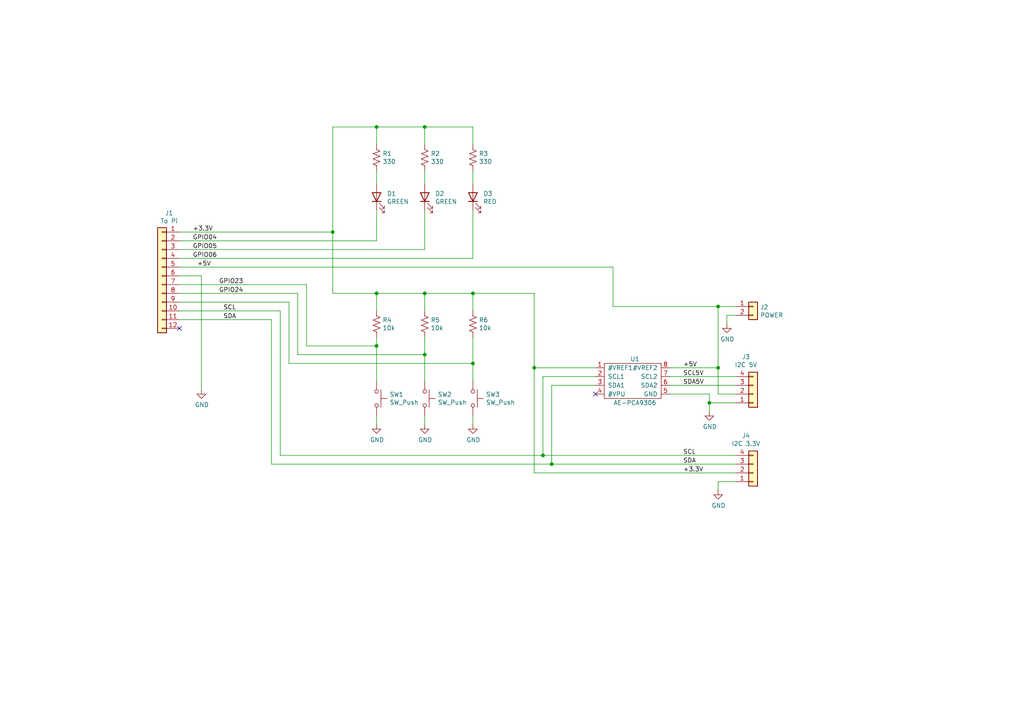
<source format=kicad_sch>
(kicad_sch (version 20211123) (generator eeschema)
  (paper "A4")
  (title_block (title "M915 Pi Generic Interface") (date "2022-04-04") (rev "0.00") (company "AMPSD Kyushu Univ. ") (comment 1 "M.Horimoto"))
  (lib_symbols
    (symbol "Akizuki:AE-PCA9306" (pin_names (offset 1.016))
      (property "Reference" "U" (at 0 8.89 0))
      (property "Value" "AE-PCA9306" (at 0 -6.35 0))
      (symbol "AE-PCA9306_0_1"
        (rectangle (start -8.89 6.35) (end 7.62 -3.81))
      )
      (symbol "AE-PCA9306_1_1"
        (pin power_in line (at -11.43 5.08 0) (length 2.54) (name "#VREF1") (number "1"))
        (pin bidirectional line (at -11.43 2.54 0) (length 2.54) (name "SCL1") (number "2"))
        (pin bidirectional line (at -11.43 0 0) (length 2.54) (name "SDA1") (number "3"))
        (pin power_in line (at -11.43 -2.54 0) (length 2.54) (name "#VPU") (number "4"))
        (pin passive line (at 10.16 -2.54 180) (length 2.54) (name "GND") (number "5"))
        (pin bidirectional line (at 10.16 0 180) (length 2.54) (name "SDA2") (number "6"))
        (pin bidirectional line (at 10.16 2.54 180) (length 2.54) (name "SCL2") (number "7"))
        (pin power_in line (at 10.16 5.08 180) (length 2.54) (name "#VREF2") (number "8"))
      )
    )
    (symbol "Connector_Generic:Conn_01x02" (pin_names (offset 1.016) hide)
      (property "Reference" "J" (at 0 2.54 0))
      (property "Value" "Conn_01x02" (at 0 -5.08 0))
      (symbol "Conn_01x02_1_1"
        (rectangle (start -1.27 -2.413) (end 0 -2.667) (stroke (width 0.1524)))
        (rectangle (start -1.27 0.127) (end 0 -0.127) (stroke (width 0.1524)))
        (rectangle (start -1.27 1.27) (end 1.27 -3.81) (stroke (width 0.254)) (fill (type background)))
        (pin passive line (at -5.08 0 0) (length 3.81) (name "Pin_1") (number "1"))
        (pin passive line (at -5.08 -2.54 0) (length 3.81) (name "Pin_2") (number "2"))
      )
    )
    (symbol "Connector_Generic:Conn_01x04" (pin_names (offset 1.016) hide)
      (property "Reference" "J" (at 0 5.08 0))
      (property "Value" "Conn_01x04" (at 0 -7.62 0))
      (symbol "Conn_01x04_1_1"
        (rectangle (start -1.27 -4.953) (end 0 -5.207) (stroke (width 0.1524)))
        (rectangle (start -1.27 -2.413) (end 0 -2.667) (stroke (width 0.1524)))
        (rectangle (start -1.27 0.127) (end 0 -0.127) (stroke (width 0.1524)))
        (rectangle (start -1.27 2.667) (end 0 2.413) (stroke (width 0.1524)))
        (rectangle (start -1.27 3.81) (end 1.27 -6.35) (stroke (width 0.254)) (fill (type background)))
        (pin passive line (at -5.08 2.54 0) (length 3.81) (name "Pin_1") (number "1"))
        (pin passive line (at -5.08 0 0) (length 3.81) (name "Pin_2") (number "2"))
        (pin passive line (at -5.08 -2.54 0) (length 3.81) (name "Pin_3") (number "3"))
        (pin passive line (at -5.08 -5.08 0) (length 3.81) (name "Pin_4") (number "4"))
      )
    )
    (symbol "Connector_Generic:Conn_01x12" (pin_names (offset 1.016) hide)
      (property "Reference" "J" (at 0 15.24 0))
      (property "Value" "Conn_01x12" (at 0 -17.78 0))
      (symbol "Conn_01x12_1_1"
        (rectangle (start -1.27 -15.113) (end 0 -15.367) (stroke (width 0.1524)))
        (rectangle (start -1.27 -12.573) (end 0 -12.827) (stroke (width 0.1524)))
        (rectangle (start -1.27 -10.033) (end 0 -10.287) (stroke (width 0.1524)))
        (rectangle (start -1.27 -7.493) (end 0 -7.747) (stroke (width 0.1524)))
        (rectangle (start -1.27 -4.953) (end 0 -5.207) (stroke (width 0.1524)))
        (rectangle (start -1.27 -2.413) (end 0 -2.667) (stroke (width 0.1524)))
        (rectangle (start -1.27 0.127) (end 0 -0.127) (stroke (width 0.1524)))
        (rectangle (start -1.27 2.667) (end 0 2.413) (stroke (width 0.1524)))
        (rectangle (start -1.27 5.207) (end 0 4.953) (stroke (width 0.1524)))
        (rectangle (start -1.27 7.747) (end 0 7.493) (stroke (width 0.1524)))
        (rectangle (start -1.27 10.287) (end 0 10.033) (stroke (width 0.1524)))
        (rectangle (start -1.27 12.827) (end 0 12.573) (stroke (width 0.1524)))
        (rectangle (start -1.27 13.97) (end 1.27 -16.51) (stroke (width 0.254)) (fill (type background)))
        (pin passive line (at -5.08 12.7 0) (length 3.81) (name "Pin_1") (number "1"))
        (pin passive line (at -5.08 -10.16 0) (length 3.81) (name "Pin_10") (number "10"))
        (pin passive line (at -5.08 -12.7 0) (length 3.81) (name "Pin_11") (number "11"))
        (pin passive line (at -5.08 -15.24 0) (length 3.81) (name "Pin_12") (number "12"))
        (pin passive line (at -5.08 10.16 0) (length 3.81) (name "Pin_2") (number "2"))
        (pin passive line (at -5.08 7.62 0) (length 3.81) (name "Pin_3") (number "3"))
        (pin passive line (at -5.08 5.08 0) (length 3.81) (name "Pin_4") (number "4"))
        (pin passive line (at -5.08 2.54 0) (length 3.81) (name "Pin_5") (number "5"))
        (pin passive line (at -5.08 0 0) (length 3.81) (name "Pin_6") (number "6"))
        (pin passive line (at -5.08 -2.54 0) (length 3.81) (name "Pin_7") (number "7"))
        (pin passive line (at -5.08 -5.08 0) (length 3.81) (name "Pin_8") (number "8"))
        (pin passive line (at -5.08 -7.62 0) (length 3.81) (name "Pin_9") (number "9"))
      )
    )
    (symbol "Device:LED" (pin_numbers hide) (pin_names (offset 1.016) hide)
      (property "Reference" "D" (at 0 2.54 0))
      (property "Value" "LED" (at 0 -2.54 0))
      (symbol "LED_0_1"
        (polyline (pts (xy -1.27 -1.27) (xy -1.27 1.27)) (stroke (width 0.254)))
        (polyline (pts (xy -1.27 0) (xy 1.27 0)))
        (polyline (pts (xy 1.27 -1.27) (xy 1.27 1.27) (xy -1.27 0) (xy 1.27 -1.27)) (stroke (width 0.254)))
        (polyline (pts (xy -3.048 -0.762) (xy -4.572 -2.286) (xy -3.81 -2.286) (xy -4.572 -2.286) (xy -4.572 -1.524)))
        (polyline (pts (xy -1.778 -0.762) (xy -3.302 -2.286) (xy -2.54 -2.286) (xy -3.302 -2.286) (xy -3.302 -1.524)))
      )
      (symbol "LED_1_1"
        (pin passive line (at -3.81 0 0) (length 2.54) (name "K") (number "1"))
        (pin passive line (at 3.81 0 180) (length 2.54) (name "A") (number "2"))
      )
    )
    (symbol "Device:R_US" (pin_numbers hide) (pin_names (offset 0))
      (property "Reference" "R" (at 2.54 0 90))
      (property "Value" "R_US" (at -2.54 0 90))
      (symbol "R_US_0_1"
        (polyline (pts (xy 0 -2.286) (xy 0 -2.54)))
        (polyline (pts (xy 0 2.286) (xy 0 2.54)))
        (polyline (pts (xy 0 -0.762) (xy 1.016 -1.143) (xy 0 -1.524) (xy -1.016 -1.905) (xy 0 -2.286)))
        (polyline (pts (xy 0 0.762) (xy 1.016 0.381) (xy 0 0) (xy -1.016 -0.381) (xy 0 -0.762)))
        (polyline (pts (xy 0 2.286) (xy 1.016 1.905) (xy 0 1.524) (xy -1.016 1.143) (xy 0 0.762)))
      )
      (symbol "R_US_1_1"
        (pin passive line (at 0 3.81 270) (length 1.27) (name "~") (number "1"))
        (pin passive line (at 0 -3.81 90) (length 1.27) (name "~") (number "2"))
      )
    )
    (symbol "Switch:SW_Push" (pin_numbers hide) (pin_names (offset 1.016) hide)
      (property "Reference" "SW" (at 1.27 2.54 0))
      (property "Value" "SW_Push" (at 0 -1.524 0))
      (symbol "SW_Push_0_1"
        (circle (center -2.032 0) (radius 0.508))
        (polyline (pts (xy 0 1.27) (xy 0 3.048)))
        (polyline (pts (xy 2.54 1.27) (xy -2.54 1.27)))
        (circle (center 2.032 0) (radius 0.508))
        (pin passive line (at -5.08 0 0) (length 2.54) (name "1") (number "1"))
        (pin passive line (at 5.08 0 180) (length 2.54) (name "2") (number "2"))
      )
    )
    (symbol "power:GND" (power) (pin_names (offset 0))
      (property "Value" "GND" (at 0 -3.81 0))
      (symbol "GND_0_1"
        (polyline (pts (xy 0 0) (xy 0 -1.27) (xy 1.27 -1.27) (xy 0 -2.54) (xy -1.27 -1.27) (xy 0 -1.27)))
      )
      (symbol "GND_1_1"
        (pin power_in line (at 0 0 270) (length 0) hide (name "GND") (number "1"))
      )
    )
  )
  (junction (at 137.16 105.41))
  (junction (at 123.19 36.83))
  (junction (at 123.19 85.09))
  (junction (at 208.28 88.9))
  (junction (at 205.74 116.84))
  (junction (at 109.22 36.83))
  (junction (at 157.48 132.08))
  (junction (at 154.94 106.68))
  (junction (at 109.22 100.33))
  (junction (at 137.16 85.09))
  (junction (at 109.22 85.09))
  (junction (at 160.02 134.62))
  (junction (at 96.52 67.31))
  (junction (at 123.19 102.87))
  (junction (at 208.28 106.68))
  (no_connect (at 172.72 114.3))
  (no_connect (at 52.07 95.25))
  (wire (pts (xy 137.16 49.53) (xy 137.16 53.34)))
  (wire (pts (xy 208.28 106.68) (xy 208.28 114.3)))
  (wire (pts (xy 52.07 67.31) (xy 96.52 67.31)))
  (wire (pts (xy 213.36 134.62) (xy 160.02 134.62)))
  (wire (pts (xy 177.8 88.9) (xy 208.28 88.9)))
  (wire (pts (xy 109.22 100.33) (xy 109.22 110.49)))
  (wire (pts (xy 78.74 134.62) (xy 78.74 92.71)))
  (wire (pts (xy 137.16 41.91) (xy 137.16 36.83)))
  (wire (pts (xy 88.9 82.55) (xy 52.07 82.55)))
  (wire (pts (xy 109.22 41.91) (xy 109.22 36.83)))
  (wire (pts (xy 154.94 106.68) (xy 154.94 137.16)))
  (wire (pts (xy 194.31 111.76) (xy 213.36 111.76)))
  (wire (pts (xy 81.28 132.08) (xy 81.28 90.17)))
  (wire (pts (xy 157.48 109.22) (xy 157.48 132.08)))
  (wire (pts (xy 160.02 134.62) (xy 78.74 134.62)))
  (wire (pts (xy 137.16 85.09) (xy 154.94 85.09)))
  (wire (pts (xy 109.22 120.65) (xy 109.22 123.19)))
  (wire (pts (xy 109.22 100.33) (xy 88.9 100.33)))
  (wire (pts (xy 96.52 67.31) (xy 96.52 36.83)))
  (wire (pts (xy 213.36 91.44) (xy 210.82 91.44)))
  (wire (pts (xy 205.74 114.3) (xy 205.74 116.84)))
  (wire (pts (xy 137.16 105.41) (xy 83.82 105.41)))
  (wire (pts (xy 123.19 90.17) (xy 123.19 85.09)))
  (wire (pts (xy 213.36 132.08) (xy 157.48 132.08)))
  (wire (pts (xy 194.31 106.68) (xy 208.28 106.68)))
  (wire (pts (xy 154.94 85.09) (xy 154.94 106.68)))
  (wire (pts (xy 208.28 88.9) (xy 213.36 88.9)))
  (wire (pts (xy 137.16 85.09) (xy 137.16 90.17)))
  (wire (pts (xy 109.22 49.53) (xy 109.22 53.34)))
  (wire (pts (xy 137.16 120.65) (xy 137.16 123.19)))
  (wire (pts (xy 123.19 36.83) (xy 137.16 36.83)))
  (wire (pts (xy 157.48 132.08) (xy 81.28 132.08)))
  (wire (pts (xy 123.19 72.39) (xy 123.19 60.96)))
  (wire (pts (xy 109.22 97.79) (xy 109.22 100.33)))
  (wire (pts (xy 58.42 80.01) (xy 58.42 113.03)))
  (wire (pts (xy 194.31 114.3) (xy 205.74 114.3)))
  (wire (pts (xy 86.36 85.09) (xy 52.07 85.09)))
  (wire (pts (xy 78.74 92.71) (xy 52.07 92.71)))
  (wire (pts (xy 52.07 72.39) (xy 123.19 72.39)))
  (wire (pts (xy 52.07 80.01) (xy 58.42 80.01)))
  (wire (pts (xy 96.52 85.09) (xy 109.22 85.09)))
  (wire (pts (xy 172.72 111.76) (xy 160.02 111.76)))
  (wire (pts (xy 177.8 77.47) (xy 177.8 88.9)))
  (wire (pts (xy 83.82 87.63) (xy 52.07 87.63)))
  (wire (pts (xy 194.31 109.22) (xy 213.36 109.22)))
  (wire (pts (xy 154.94 137.16) (xy 213.36 137.16)))
  (wire (pts (xy 123.19 85.09) (xy 137.16 85.09)))
  (wire (pts (xy 109.22 90.17) (xy 109.22 85.09)))
  (wire (pts (xy 210.82 91.44) (xy 210.82 93.98)))
  (wire (pts (xy 172.72 109.22) (xy 157.48 109.22)))
  (wire (pts (xy 123.19 102.87) (xy 123.19 110.49)))
  (wire (pts (xy 213.36 139.7) (xy 208.28 139.7)))
  (wire (pts (xy 109.22 85.09) (xy 123.19 85.09)))
  (wire (pts (xy 88.9 100.33) (xy 88.9 82.55)))
  (wire (pts (xy 123.19 49.53) (xy 123.19 53.34)))
  (wire (pts (xy 123.19 102.87) (xy 86.36 102.87)))
  (wire (pts (xy 208.28 114.3) (xy 213.36 114.3)))
  (wire (pts (xy 123.19 41.91) (xy 123.19 36.83)))
  (wire (pts (xy 208.28 88.9) (xy 208.28 106.68)))
  (wire (pts (xy 160.02 111.76) (xy 160.02 134.62)))
  (wire (pts (xy 96.52 67.31) (xy 96.52 85.09)))
  (wire (pts (xy 213.36 116.84) (xy 205.74 116.84)))
  (wire (pts (xy 208.28 139.7) (xy 208.28 142.24)))
  (wire (pts (xy 137.16 105.41) (xy 137.16 110.49)))
  (wire (pts (xy 137.16 97.79) (xy 137.16 105.41)))
  (wire (pts (xy 123.19 97.79) (xy 123.19 102.87)))
  (wire (pts (xy 137.16 74.93) (xy 52.07 74.93)))
  (wire (pts (xy 52.07 77.47) (xy 177.8 77.47)))
  (wire (pts (xy 86.36 102.87) (xy 86.36 85.09)))
  (wire (pts (xy 83.82 105.41) (xy 83.82 87.63)))
  (wire (pts (xy 123.19 120.65) (xy 123.19 123.19)))
  (wire (pts (xy 109.22 36.83) (xy 123.19 36.83)))
  (wire (pts (xy 154.94 106.68) (xy 172.72 106.68)))
  (wire (pts (xy 81.28 90.17) (xy 52.07 90.17)))
  (wire (pts (xy 205.74 116.84) (xy 205.74 119.38)))
  (wire (pts (xy 109.22 60.96) (xy 109.22 69.85)))
  (wire (pts (xy 109.22 69.85) (xy 52.07 69.85)))
  (wire (pts (xy 137.16 60.96) (xy 137.16 74.93)))
  (wire (pts (xy 96.52 36.83) (xy 109.22 36.83)))
  (label "SCL" (at 198.12 132.08 0))
  (label "GPIO24" (at 63.5 85.09 0))
  (label "GPIO06" (at 55.88 74.93 0))
  (label "GPIO04" (at 55.88 69.85 0))
  (label "+5V" (at 57.15 77.47 0))
  (label "SDA5V" (at 198.12 111.76 0))
  (label "GPIO05" (at 55.88 72.39 0))
  (label "+3.3V" (at 198.12 137.16 0))
  (label "+5V" (at 198.12 106.68 0))
  (label "GPIO23" (at 63.5 82.55 0))
  (label "SCL5V" (at 198.12 109.22 0))
  (label "+3.3V" (at 55.88 67.31 0))
  (label "SCL" (at 64.77 90.17 0))
  (label "SDA" (at 64.77 92.71 0))
  (label "SDA" (at 198.12 134.62 0))
  (symbol (lib_id "Connector_Generic:Conn_01x12") (at 46.99 80.01 0) (mirror y) (unit 1)
    (property "Reference" "J1" (at 49.0728 61.7982 0))
    (property "Value" "To Pi" (at 49.0728 64.1096 0))
    (property "Footprint" "Connector_JST:JST_XH_B12B-XH-A_1x12_P2.50mm_Vertical" (effects hide))
  )
  (symbol (lib_id "Device:LED") (at 109.22 57.15 90) (unit 1)
    (property "Reference" "D1" (at 112.2172 56.1594 90) (effects (justify right)))
    (property "Value" "GREEN" (at 112.2172 58.4708 90) (effects (justify right)))
    (property "Footprint" "LED_THT:LED_D3.0mm" (effects hide))
  )
  (symbol (lib_id "Device:LED") (at 123.19 57.15 90) (unit 1)
    (property "Reference" "D2" (at 126.1872 56.1594 90) (effects (justify right)))
    (property "Value" "GREEN" (at 126.1872 58.4708 90) (effects (justify right)))
    (property "Footprint" "LED_THT:LED_D3.0mm" (effects hide))
  )
  (symbol (lib_id "Device:LED") (at 137.16 57.15 90) (unit 1)
    (property "Reference" "D3" (at 140.1572 56.1594 90) (effects (justify right)))
    (property "Value" "RED" (at 140.1572 58.4708 90) (effects (justify right)))
    (property "Footprint" "LED_THT:LED_D3.0mm" (effects hide))
  )
  (symbol (lib_id "Device:R_US") (at 109.22 45.72 0) (unit 1)
    (property "Reference" "R1" (at 110.9472 44.5516 0) (effects (justify left)))
    (property "Value" "330" (at 110.9472 46.863 0) (effects (justify left)))
    (property "Footprint" "Resistor_THT:R_Axial_DIN0309_L9.0mm_D3.2mm_P12.70mm_Horizontal" (effects hide))
  )
  (symbol (lib_id "Device:R_US") (at 123.19 45.72 0) (unit 1)
    (property "Reference" "R2" (at 124.9172 44.5516 0) (effects (justify left)))
    (property "Value" "330" (at 124.9172 46.863 0) (effects (justify left)))
    (property "Footprint" "Resistor_THT:R_Axial_DIN0309_L9.0mm_D3.2mm_P12.70mm_Horizontal" (effects hide))
  )
  (symbol (lib_id "Device:R_US") (at 137.16 45.72 0) (unit 1)
    (property "Reference" "R3" (at 138.8872 44.5516 0) (effects (justify left)))
    (property "Value" "330" (at 138.8872 46.863 0) (effects (justify left)))
    (property "Footprint" "Resistor_THT:R_Axial_DIN0309_L9.0mm_D3.2mm_P12.70mm_Horizontal" (effects hide))
  )
  (symbol (lib_id "Device:R_US") (at 109.22 93.98 0) (unit 1)
    (property "Reference" "R4" (at 110.9472 92.8116 0) (effects (justify left)))
    (property "Value" "10k" (at 110.9472 95.123 0) (effects (justify left)))
    (property "Footprint" "Resistor_THT:R_Axial_DIN0309_L9.0mm_D3.2mm_P12.70mm_Horizontal" (effects hide))
  )
  (symbol (lib_id "Device:R_US") (at 123.19 93.98 0) (unit 1)
    (property "Reference" "R5" (at 124.9172 92.8116 0) (effects (justify left)))
    (property "Value" "10k" (at 124.9172 95.123 0) (effects (justify left)))
    (property "Footprint" "Resistor_THT:R_Axial_DIN0309_L9.0mm_D3.2mm_P12.70mm_Horizontal" (effects hide))
  )
  (symbol (lib_id "Device:R_US") (at 137.16 93.98 0) (unit 1)
    (property "Reference" "R6" (at 138.8872 92.8116 0) (effects (justify left)))
    (property "Value" "10k" (at 138.8872 95.123 0) (effects (justify left)))
    (property "Footprint" "Resistor_THT:R_Axial_DIN0309_L9.0mm_D3.2mm_P12.70mm_Horizontal" (effects hide))
  )
  (symbol (lib_id "Connector_Generic:Conn_01x02") (at 218.44 88.9 0) (unit 1)
    (property "Reference" "J2" (at 220.472 89.1032 0) (effects (justify left)))
    (property "Value" "POWER" (at 220.472 91.4146 0) (effects (justify left)))
    (property "Footprint" "Connector_JST:JST_XH_B2B-XH-A_1x02_P2.50mm_Vertical" (effects hide))
  )
  (symbol (lib_id "Connector_Generic:Conn_01x04") (at 218.44 114.3 0) (mirror x) (unit 1)
    (property "Reference" "J3" (at 216.3572 103.505 0))
    (property "Value" "I2C 5V" (at 216.3572 105.8164 0))
    (property "Footprint" "Connector_JST:JST_XH_B4B-XH-A_1x04_P2.50mm_Vertical" (effects hide))
  )
  (symbol (lib_id "Switch:SW_Push") (at 109.22 115.57 270) (unit 1)
    (property "Reference" "SW1" (at 112.9792 114.4016 90) (effects (justify left)))
    (property "Value" "SW_Push" (at 112.9792 116.713 90) (effects (justify left)))
    (property "Footprint" "HOLLY:TVDT18-050" (effects hide))
  )
  (symbol (lib_id "Switch:SW_Push") (at 123.19 115.57 270) (unit 1)
    (property "Reference" "SW2" (at 126.9492 114.4016 90) (effects (justify left)))
    (property "Value" "SW_Push" (at 126.9492 116.713 90) (effects (justify left)))
    (property "Footprint" "HOLLY:TVDT18-050" (effects hide))
  )
  (symbol (lib_id "Switch:SW_Push") (at 137.16 115.57 270) (unit 1)
    (property "Reference" "SW3" (at 140.9192 114.4016 90) (effects (justify left)))
    (property "Value" "SW_Push" (at 140.9192 116.713 90) (effects (justify left)))
    (property "Footprint" "HOLLY:TVDT18-050" (effects hide))
  )
  (symbol (lib_id "Connector_Generic:Conn_01x04") (at 218.44 137.16 0) (mirror x) (unit 1)
    (property "Reference" "J4" (at 216.3572 126.365 0))
    (property "Value" "I2C 3.3V" (at 216.3572 128.6764 0))
    (property "Footprint" "Connector_JST:JST_XH_B4B-XH-A_1x04_P2.50mm_Vertical" (effects hide))
  )
  (symbol (lib_id "power:GND") (at 58.42 113.03 0) (unit 1)
    (property "Reference" "#PWR0101" (effects hide))
    (property "Value" "GND" (at 58.547 117.4242 0))
  )
  (symbol (lib_id "power:GND") (at 210.82 93.98 0) (unit 1)
    (property "Reference" "#PWR0102" (effects hide))
    (property "Value" "GND" (at 210.947 98.3742 0))
  )
  (symbol (lib_id "power:GND") (at 205.74 119.38 0) (unit 1)
    (property "Reference" "#PWR0103" (effects hide))
    (property "Value" "GND" (at 205.867 123.7742 0))
  )
  (symbol (lib_id "power:GND") (at 208.28 142.24 0) (unit 1)
    (property "Reference" "#PWR0104" (effects hide))
    (property "Value" "GND" (at 208.407 146.6342 0))
  )
  (symbol (lib_id "power:GND") (at 137.16 123.19 0) (unit 1)
    (property "Reference" "#PWR0105" (effects hide))
    (property "Value" "GND" (at 137.287 127.5842 0))
  )
  (symbol (lib_id "power:GND") (at 123.19 123.19 0) (unit 1)
    (property "Reference" "#PWR0106" (effects hide))
    (property "Value" "GND" (at 123.317 127.5842 0))
  )
  (symbol (lib_id "power:GND") (at 109.22 123.19 0) (unit 1)
    (property "Reference" "#PWR0107" (effects hide))
    (property "Value" "GND" (at 109.347 127.5842 0))
  )
  (symbol (lib_id "Akizuki:AE-PCA9306") (at 184.15 111.76 0) (unit 1)
    (property "Reference" "U1" (at 184.15 104.14 0))
    (property "Value" "AE-PCA9306" (at 184.15 116.84 0))
    (property "Footprint" "Akizuki:AE-PCA9306" (effects hide))
  )
)
</source>
